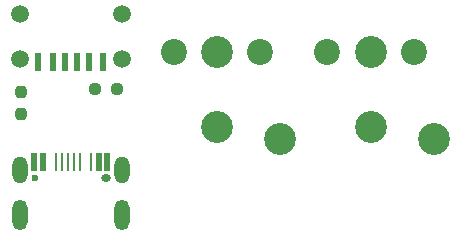
<source format=gbr>
%TF.GenerationSoftware,KiCad,Pcbnew,7.0.9*%
%TF.CreationDate,2024-01-10T16:41:44+00:00*%
%TF.ProjectId,ds_lite_tv_out_tv_side,64735f6c-6974-4655-9f74-765f6f75745f,rev?*%
%TF.SameCoordinates,Original*%
%TF.FileFunction,Soldermask,Top*%
%TF.FilePolarity,Negative*%
%FSLAX46Y46*%
G04 Gerber Fmt 4.6, Leading zero omitted, Abs format (unit mm)*
G04 Created by KiCad (PCBNEW 7.0.9) date 2024-01-10 16:41:44*
%MOMM*%
%LPD*%
G01*
G04 APERTURE LIST*
G04 Aperture macros list*
%AMRoundRect*
0 Rectangle with rounded corners*
0 $1 Rounding radius*
0 $2 $3 $4 $5 $6 $7 $8 $9 X,Y pos of 4 corners*
0 Add a 4 corners polygon primitive as box body*
4,1,4,$2,$3,$4,$5,$6,$7,$8,$9,$2,$3,0*
0 Add four circle primitives for the rounded corners*
1,1,$1+$1,$2,$3*
1,1,$1+$1,$4,$5*
1,1,$1+$1,$6,$7*
1,1,$1+$1,$8,$9*
0 Add four rect primitives between the rounded corners*
20,1,$1+$1,$2,$3,$4,$5,0*
20,1,$1+$1,$4,$5,$6,$7,0*
20,1,$1+$1,$6,$7,$8,$9,0*
20,1,$1+$1,$8,$9,$2,$3,0*%
G04 Aperture macros list end*
%ADD10C,2.700000*%
%ADD11C,2.200000*%
%ADD12C,0.600000*%
%ADD13O,0.850000X0.600000*%
%ADD14R,0.520000X1.500000*%
%ADD15R,0.270000X1.500000*%
%ADD16O,1.300000X2.300000*%
%ADD17O,1.300000X2.600000*%
%ADD18RoundRect,0.237500X0.250000X0.237500X-0.250000X0.237500X-0.250000X-0.237500X0.250000X-0.237500X0*%
%ADD19C,1.500000*%
%ADD20R,0.600000X1.500000*%
%ADD21R,0.500000X1.500000*%
%ADD22RoundRect,0.237500X0.237500X-0.250000X0.237500X0.250000X-0.237500X0.250000X-0.237500X-0.250000X0*%
G04 APERTURE END LIST*
D10*
%TO.C,J1*%
X156410000Y-95820000D03*
X151030000Y-88450000D03*
D11*
X147380000Y-88450000D03*
D10*
X151030000Y-94800000D03*
D11*
X154680000Y-88450000D03*
%TD*%
D12*
%TO.C,P1*%
X135670000Y-99140000D03*
D13*
X141670000Y-99140000D03*
D14*
X135570000Y-97788000D03*
X136320000Y-97788000D03*
D15*
X140420000Y-97788000D03*
X138420000Y-97790000D03*
X139420000Y-97788000D03*
X137920000Y-97790000D03*
X138920000Y-97788000D03*
D14*
X141020000Y-97788000D03*
X141770000Y-97788000D03*
D15*
X137420000Y-97788000D03*
D16*
X134350000Y-98415000D03*
D17*
X134350000Y-102240000D03*
D16*
X142990000Y-98415000D03*
D17*
X142990000Y-102240000D03*
%TD*%
D18*
%TO.C,R2*%
X142565000Y-91600000D03*
X140740000Y-91600000D03*
%TD*%
D10*
%TO.C,J2*%
X169430000Y-95820000D03*
X164050000Y-88450000D03*
D11*
X160400000Y-88450000D03*
D10*
X164050000Y-94800000D03*
D11*
X167700000Y-88450000D03*
%TD*%
D19*
%TO.C,U1*%
X134354000Y-85240000D03*
X134354000Y-89037300D03*
D20*
X135913560Y-89286220D03*
X141420280Y-89296380D03*
D19*
X142990000Y-85240000D03*
X142990000Y-89037300D03*
D21*
X137142920Y-89286220D03*
X140190920Y-89296380D03*
X138164000Y-89291300D03*
X139180000Y-89296380D03*
%TD*%
D22*
%TO.C,R1*%
X134480000Y-93652500D03*
X134480000Y-91827500D03*
%TD*%
M02*

</source>
